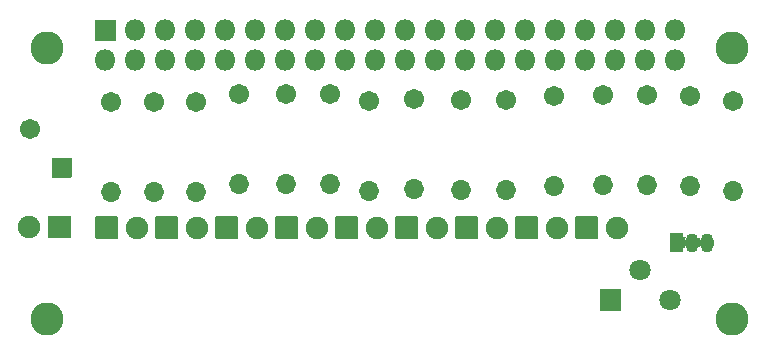
<source format=gts>
G04 #@! TF.GenerationSoftware,KiCad,Pcbnew,(5.1.10-1-10_14)*
G04 #@! TF.CreationDate,2021-06-13T21:08:41+02:00*
G04 #@! TF.ProjectId,led_status_pcb_design,6c65645f-7374-4617-9475-735f7063625f,1.0*
G04 #@! TF.SameCoordinates,Original*
G04 #@! TF.FileFunction,Soldermask,Top*
G04 #@! TF.FilePolarity,Negative*
%FSLAX46Y46*%
G04 Gerber Fmt 4.6, Leading zero omitted, Abs format (unit mm)*
G04 Created by KiCad (PCBNEW (5.1.10-1-10_14)) date 2021-06-13 21:08:41*
%MOMM*%
%LPD*%
G01*
G04 APERTURE LIST*
%ADD10C,1.802000*%
%ADD11C,1.902000*%
%ADD12O,1.802000X1.802000*%
%ADD13C,2.802000*%
%ADD14C,1.702000*%
%ADD15O,1.102000X1.602000*%
%ADD16O,1.702000X1.702000*%
%ADD17C,0.100000*%
G04 APERTURE END LIST*
G36*
G01*
X167877920Y-116789560D02*
X167877920Y-115089560D01*
G75*
G02*
X167928920Y-115038560I51000J0D01*
G01*
X169628920Y-115038560D01*
G75*
G02*
X169679920Y-115089560I0J-51000D01*
G01*
X169679920Y-116789560D01*
G75*
G02*
X169628920Y-116840560I-51000J0D01*
G01*
X167928920Y-116840560D01*
G75*
G02*
X167877920Y-116789560I0J51000D01*
G01*
G37*
D10*
X171318920Y-113399560D03*
X173858920Y-115939560D03*
D11*
X138812000Y-109808000D03*
G36*
G01*
X135321000Y-110708000D02*
X135321000Y-108908000D01*
G75*
G02*
X135372000Y-108857000I51000J0D01*
G01*
X137172000Y-108857000D01*
G75*
G02*
X137223000Y-108908000I0J-51000D01*
G01*
X137223000Y-110708000D01*
G75*
G02*
X137172000Y-110759000I-51000J0D01*
G01*
X135372000Y-110759000D01*
G75*
G02*
X135321000Y-110708000I0J51000D01*
G01*
G37*
G36*
G01*
X126852780Y-94008500D02*
X125152780Y-94008500D01*
G75*
G02*
X125101780Y-93957500I0J51000D01*
G01*
X125101780Y-92257500D01*
G75*
G02*
X125152780Y-92206500I51000J0D01*
G01*
X126852780Y-92206500D01*
G75*
G02*
X126903780Y-92257500I0J-51000D01*
G01*
X126903780Y-93957500D01*
G75*
G02*
X126852780Y-94008500I-51000J0D01*
G01*
G37*
D12*
X126002780Y-95647500D03*
X128542780Y-93107500D03*
X128542780Y-95647500D03*
X131082780Y-93107500D03*
X131082780Y-95647500D03*
X133622780Y-93107500D03*
X133622780Y-95647500D03*
X136162780Y-93107500D03*
X136162780Y-95647500D03*
X138702780Y-93107500D03*
X138702780Y-95647500D03*
X141242780Y-93107500D03*
X141242780Y-95647500D03*
X143782780Y-93107500D03*
X143782780Y-95647500D03*
X146322780Y-93107500D03*
X146322780Y-95647500D03*
X148862780Y-93107500D03*
X148862780Y-95647500D03*
X151402780Y-93107500D03*
X151402780Y-95647500D03*
X153942780Y-93107500D03*
X153942780Y-95647500D03*
X156482780Y-93107500D03*
X156482780Y-95647500D03*
X159022780Y-93107500D03*
X159022780Y-95647500D03*
X161562780Y-93107500D03*
X161562780Y-95647500D03*
X164102780Y-93107500D03*
X164102780Y-95647500D03*
X166642780Y-93107500D03*
X166642780Y-95647500D03*
X169182780Y-93107500D03*
X169182780Y-95647500D03*
X171722780Y-93107500D03*
X171722780Y-95647500D03*
X174262780Y-93107500D03*
X174262780Y-95647500D03*
D13*
X121032000Y-94568000D03*
X179032000Y-94568000D03*
X179032000Y-117568000D03*
X121032000Y-117568000D03*
D14*
X119652000Y-101478000D03*
G36*
G01*
X123102000Y-105579000D02*
X121502000Y-105579000D01*
G75*
G02*
X121451000Y-105528000I0J51000D01*
G01*
X121451000Y-103928000D01*
G75*
G02*
X121502000Y-103877000I51000J0D01*
G01*
X123102000Y-103877000D01*
G75*
G02*
X123153000Y-103928000I0J-51000D01*
G01*
X123153000Y-105528000D01*
G75*
G02*
X123102000Y-105579000I-51000J0D01*
G01*
G37*
D11*
X119586740Y-109774980D03*
G36*
G01*
X123077740Y-108874980D02*
X123077740Y-110674980D01*
G75*
G02*
X123026740Y-110725980I-51000J0D01*
G01*
X121226740Y-110725980D01*
G75*
G02*
X121175740Y-110674980I0J51000D01*
G01*
X121175740Y-108874980D01*
G75*
G02*
X121226740Y-108823980I51000J0D01*
G01*
X123026740Y-108823980D01*
G75*
G02*
X123077740Y-108874980I0J-51000D01*
G01*
G37*
G36*
G01*
X125161000Y-110708000D02*
X125161000Y-108908000D01*
G75*
G02*
X125212000Y-108857000I51000J0D01*
G01*
X127012000Y-108857000D01*
G75*
G02*
X127063000Y-108908000I0J-51000D01*
G01*
X127063000Y-110708000D01*
G75*
G02*
X127012000Y-110759000I-51000J0D01*
G01*
X125212000Y-110759000D01*
G75*
G02*
X125161000Y-110708000I0J51000D01*
G01*
G37*
X128652000Y-109808000D03*
G36*
G01*
X130241000Y-110708000D02*
X130241000Y-108908000D01*
G75*
G02*
X130292000Y-108857000I51000J0D01*
G01*
X132092000Y-108857000D01*
G75*
G02*
X132143000Y-108908000I0J-51000D01*
G01*
X132143000Y-110708000D01*
G75*
G02*
X132092000Y-110759000I-51000J0D01*
G01*
X130292000Y-110759000D01*
G75*
G02*
X130241000Y-110708000I0J51000D01*
G01*
G37*
X133732000Y-109808000D03*
G36*
G01*
X140401000Y-110708000D02*
X140401000Y-108908000D01*
G75*
G02*
X140452000Y-108857000I51000J0D01*
G01*
X142252000Y-108857000D01*
G75*
G02*
X142303000Y-108908000I0J-51000D01*
G01*
X142303000Y-110708000D01*
G75*
G02*
X142252000Y-110759000I-51000J0D01*
G01*
X140452000Y-110759000D01*
G75*
G02*
X140401000Y-110708000I0J51000D01*
G01*
G37*
X143892000Y-109808000D03*
G36*
G01*
X145481000Y-110708000D02*
X145481000Y-108908000D01*
G75*
G02*
X145532000Y-108857000I51000J0D01*
G01*
X147332000Y-108857000D01*
G75*
G02*
X147383000Y-108908000I0J-51000D01*
G01*
X147383000Y-110708000D01*
G75*
G02*
X147332000Y-110759000I-51000J0D01*
G01*
X145532000Y-110759000D01*
G75*
G02*
X145481000Y-110708000I0J51000D01*
G01*
G37*
X148972000Y-109808000D03*
X154052000Y-109808000D03*
G36*
G01*
X150561000Y-110708000D02*
X150561000Y-108908000D01*
G75*
G02*
X150612000Y-108857000I51000J0D01*
G01*
X152412000Y-108857000D01*
G75*
G02*
X152463000Y-108908000I0J-51000D01*
G01*
X152463000Y-110708000D01*
G75*
G02*
X152412000Y-110759000I-51000J0D01*
G01*
X150612000Y-110759000D01*
G75*
G02*
X150561000Y-110708000I0J51000D01*
G01*
G37*
X159132000Y-109808000D03*
G36*
G01*
X155641000Y-110708000D02*
X155641000Y-108908000D01*
G75*
G02*
X155692000Y-108857000I51000J0D01*
G01*
X157492000Y-108857000D01*
G75*
G02*
X157543000Y-108908000I0J-51000D01*
G01*
X157543000Y-110708000D01*
G75*
G02*
X157492000Y-110759000I-51000J0D01*
G01*
X155692000Y-110759000D01*
G75*
G02*
X155641000Y-110708000I0J51000D01*
G01*
G37*
X164212000Y-109808000D03*
G36*
G01*
X160721000Y-110708000D02*
X160721000Y-108908000D01*
G75*
G02*
X160772000Y-108857000I51000J0D01*
G01*
X162572000Y-108857000D01*
G75*
G02*
X162623000Y-108908000I0J-51000D01*
G01*
X162623000Y-110708000D01*
G75*
G02*
X162572000Y-110759000I-51000J0D01*
G01*
X160772000Y-110759000D01*
G75*
G02*
X160721000Y-110708000I0J51000D01*
G01*
G37*
G36*
G01*
X165801000Y-110708000D02*
X165801000Y-108908000D01*
G75*
G02*
X165852000Y-108857000I51000J0D01*
G01*
X167652000Y-108857000D01*
G75*
G02*
X167703000Y-108908000I0J-51000D01*
G01*
X167703000Y-110708000D01*
G75*
G02*
X167652000Y-110759000I-51000J0D01*
G01*
X165852000Y-110759000D01*
G75*
G02*
X165801000Y-110708000I0J51000D01*
G01*
G37*
X169292000Y-109808000D03*
D15*
X175642000Y-111078000D03*
X176912000Y-111078000D03*
G36*
G01*
X174923000Y-110328000D02*
X174923000Y-111828000D01*
G75*
G02*
X174872000Y-111879000I-51000J0D01*
G01*
X173872000Y-111879000D01*
G75*
G02*
X173821000Y-111828000I0J51000D01*
G01*
X173821000Y-110328000D01*
G75*
G02*
X173872000Y-110277000I51000J0D01*
G01*
X174872000Y-110277000D01*
G75*
G02*
X174923000Y-110328000I0J-51000D01*
G01*
G37*
D16*
X126457440Y-106767620D03*
D14*
X126457440Y-99147620D03*
X130089640Y-99198420D03*
D16*
X130089640Y-106818420D03*
D14*
X133673580Y-99147620D03*
D16*
X133673580Y-106767620D03*
X137315940Y-106127540D03*
D14*
X137315940Y-98507540D03*
X141270720Y-98507540D03*
D16*
X141270720Y-106127540D03*
X145019760Y-106127540D03*
D14*
X145019760Y-98507540D03*
X148319220Y-99056180D03*
D16*
X148319220Y-106676180D03*
X152141920Y-106564420D03*
D14*
X152141920Y-98944420D03*
X156129720Y-99043480D03*
D16*
X156129720Y-106663480D03*
X159914320Y-106612680D03*
D14*
X159914320Y-98992680D03*
X164031660Y-98647240D03*
D16*
X164031660Y-106267240D03*
X168126140Y-106196120D03*
D14*
X168126140Y-98576120D03*
X171875180Y-98576120D03*
D16*
X171875180Y-106196120D03*
X175481980Y-106267240D03*
D14*
X175481980Y-98647240D03*
X179159900Y-99061260D03*
D16*
X179159900Y-106681260D03*
D17*
G36*
X174924990Y-110511972D02*
G01*
X174927372Y-110536159D01*
X174934372Y-110559234D01*
X174945737Y-110580498D01*
X174961032Y-110599135D01*
X174979669Y-110614430D01*
X175000933Y-110625795D01*
X175024008Y-110632795D01*
X175047999Y-110635158D01*
X175071990Y-110632795D01*
X175095065Y-110625795D01*
X175116329Y-110614430D01*
X175134930Y-110599165D01*
X175154193Y-110573190D01*
X175156028Y-110572394D01*
X175157634Y-110573585D01*
X175157563Y-110575324D01*
X175134800Y-110617910D01*
X175103557Y-110720900D01*
X175093000Y-110828094D01*
X175093000Y-111327906D01*
X175103557Y-111435099D01*
X175134799Y-111538089D01*
X175156591Y-111578859D01*
X175156525Y-111580858D01*
X175154762Y-111581801D01*
X175153164Y-111580913D01*
X175143070Y-111565806D01*
X175126023Y-111548759D01*
X175105976Y-111535365D01*
X175083702Y-111526138D01*
X175060052Y-111521434D01*
X175035946Y-111521434D01*
X175012296Y-111526138D01*
X174990022Y-111535365D01*
X174969974Y-111548760D01*
X174952927Y-111565807D01*
X174939533Y-111585854D01*
X174930323Y-111608085D01*
X174924978Y-111644124D01*
X174923735Y-111645691D01*
X174921757Y-111645398D01*
X174921000Y-111643831D01*
X174921000Y-110512168D01*
X174922000Y-110510436D01*
X174924000Y-110510436D01*
X174924990Y-110511972D01*
G37*
G36*
X176395855Y-110644520D02*
G01*
X176396182Y-110646319D01*
X176373557Y-110720900D01*
X176363000Y-110828094D01*
X176363000Y-111327906D01*
X176373557Y-111435099D01*
X176396180Y-111509676D01*
X176395726Y-111511624D01*
X176393812Y-111512205D01*
X176392418Y-111511022D01*
X176385466Y-111494241D01*
X176372071Y-111474193D01*
X176355024Y-111457146D01*
X176334977Y-111443752D01*
X176312703Y-111434525D01*
X176289053Y-111429821D01*
X176264947Y-111429821D01*
X176241296Y-111434526D01*
X176219023Y-111443752D01*
X176198975Y-111457147D01*
X176181928Y-111474194D01*
X176168534Y-111494241D01*
X176161582Y-111511022D01*
X176159995Y-111512240D01*
X176158147Y-111511474D01*
X176157820Y-111509676D01*
X176180443Y-111435100D01*
X176191000Y-111327906D01*
X176191000Y-110828095D01*
X176180443Y-110720900D01*
X176157821Y-110646327D01*
X176158275Y-110644379D01*
X176160189Y-110643798D01*
X176161583Y-110644981D01*
X176168533Y-110661759D01*
X176181928Y-110681806D01*
X176198975Y-110698853D01*
X176219022Y-110712248D01*
X176241296Y-110721474D01*
X176264946Y-110726179D01*
X176289052Y-110726179D01*
X176312703Y-110721475D01*
X176334977Y-110712249D01*
X176355024Y-110698854D01*
X176372071Y-110681807D01*
X176385466Y-110661760D01*
X176392420Y-110644973D01*
X176394007Y-110643755D01*
X176395855Y-110644520D01*
G37*
M02*

</source>
